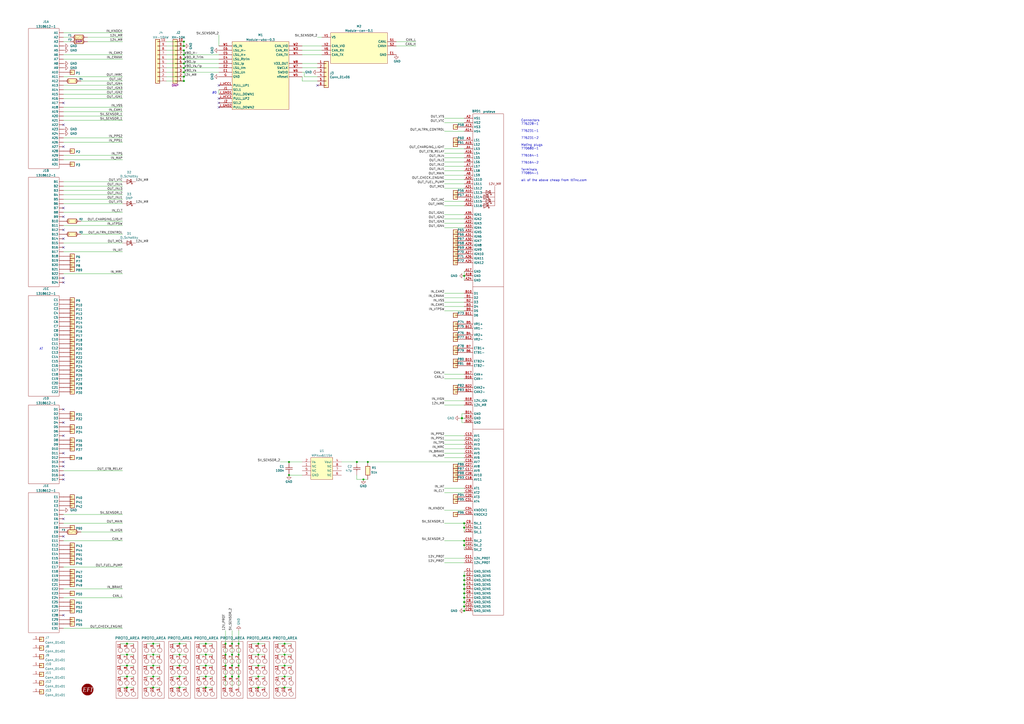
<source format=kicad_sch>
(kicad_sch (version 20210621) (generator eeschema)
  (paper "A2")
  (title_block (title "proteus125honda") (date "2021-09-22") (rev "a") (company "gerefi"))
  (junction (at 73.66 373.38))
  (junction (at 73.66 379.73))
  (junction (at 73.66 386.08))
  (junction (at 73.66 392.43))
  (junction (at 73.66 398.78))
  (junction (at 88.9 373.38))
  (junction (at 88.9 379.73))
  (junction (at 88.9 386.08))
  (junction (at 88.9 392.43))
  (junction (at 88.9 398.78))
  (junction (at 104.14 373.38))
  (junction (at 104.14 379.73))
  (junction (at 104.14 386.08))
  (junction (at 104.14 392.43))
  (junction (at 104.14 398.78))
  (junction (at 106.68 24.13))
  (junction (at 106.68 26.67))
  (junction (at 106.68 29.21))
  (junction (at 106.68 31.75))
  (junction (at 106.68 34.29))
  (junction (at 106.68 36.83))
  (junction (at 106.68 39.37))
  (junction (at 106.68 41.91))
  (junction (at 106.68 44.45))
  (junction (at 106.68 46.99))
  (junction (at 119.38 373.38))
  (junction (at 119.38 379.73))
  (junction (at 119.38 386.08))
  (junction (at 119.38 392.43))
  (junction (at 119.38 398.78))
  (junction (at 130.81 373.38))
  (junction (at 130.81 379.73))
  (junction (at 130.81 386.08))
  (junction (at 130.81 392.43))
  (junction (at 134.62 373.38))
  (junction (at 134.62 379.73))
  (junction (at 134.62 386.08))
  (junction (at 134.62 392.43))
  (junction (at 138.43 373.38))
  (junction (at 138.43 379.73))
  (junction (at 138.43 386.08))
  (junction (at 138.43 392.43))
  (junction (at 149.86 373.38))
  (junction (at 149.86 379.73))
  (junction (at 149.86 386.08))
  (junction (at 149.86 392.43))
  (junction (at 149.86 398.78))
  (junction (at 165.1 373.38))
  (junction (at 165.1 379.73))
  (junction (at 165.1 386.08))
  (junction (at 165.1 392.43))
  (junction (at 165.1 398.78))
  (junction (at 167.64 267.97))
  (junction (at 167.64 275.59))
  (junction (at 207.01 267.97))
  (junction (at 210.82 278.13))
  (junction (at 213.36 267.97))
  (junction (at 267.97 242.57) (diameter 1.016))
  (junction (at 269.24 160.02))
  (junction (at 269.24 303.53))
  (junction (at 269.24 306.07))
  (junction (at 269.24 313.69))
  (junction (at 269.24 316.23))
  (junction (at 269.24 334.01))
  (junction (at 269.24 336.55))
  (junction (at 269.24 339.09))
  (junction (at 269.24 341.63))
  (junction (at 269.24 344.17))
  (junction (at 269.24 346.71))
  (junction (at 269.24 349.25))
  (junction (at 269.24 351.79))
  (junction (at 269.24 354.33))
  (no_connect (at 36.83 59.69))
  (no_connect (at 36.83 72.39))
  (no_connect (at 36.83 85.09))
  (no_connect (at 36.83 120.65))
  (no_connect (at 36.83 125.73))
  (no_connect (at 36.83 133.35))
  (no_connect (at 36.83 138.43))
  (no_connect (at 36.83 143.51))
  (no_connect (at 36.83 161.29))
  (no_connect (at 36.83 163.83))
  (no_connect (at 36.83 237.49))
  (no_connect (at 36.83 245.11))
  (no_connect (at 36.83 252.73))
  (no_connect (at 36.83 262.89))
  (no_connect (at 36.83 267.97))
  (no_connect (at 36.83 270.51))
  (no_connect (at 36.83 275.59))
  (no_connect (at 36.83 278.13))
  (no_connect (at 36.83 300.99))
  (no_connect (at 36.83 311.15))
  (no_connect (at 36.83 356.87))
  (no_connect (at 127 49.53))
  (no_connect (at 127 57.15))
  (no_connect (at 127 59.69))
  (no_connect (at 127 62.23))
  (no_connect (at 184.15 49.53))
  (wire (pts (xy 36.83 19.05) (xy 71.12 19.05)))
  (wire (pts (xy 36.83 34.29) (xy 71.12 34.29)))
  (wire (pts (xy 36.83 44.45) (xy 71.12 44.45)))
  (wire (pts (xy 36.83 49.53) (xy 71.12 49.53)))
  (wire (pts (xy 36.83 52.07) (xy 71.12 52.07)))
  (wire (pts (xy 36.83 54.61) (xy 71.12 54.61)))
  (wire (pts (xy 36.83 57.15) (xy 71.12 57.15)))
  (wire (pts (xy 36.83 62.23) (xy 71.12 62.23)))
  (wire (pts (xy 36.83 67.31) (xy 71.12 67.31)))
  (wire (pts (xy 36.83 80.01) (xy 71.12 80.01)))
  (wire (pts (xy 36.83 82.55) (xy 71.12 82.55)))
  (wire (pts (xy 36.83 90.17) (xy 71.12 90.17)))
  (wire (pts (xy 36.83 92.71) (xy 71.12 92.71)))
  (wire (pts (xy 36.83 105.41) (xy 71.12 105.41)))
  (wire (pts (xy 36.83 107.95) (xy 71.12 107.95)))
  (wire (pts (xy 36.83 110.49) (xy 71.12 110.49)))
  (wire (pts (xy 36.83 113.03) (xy 71.12 113.03)))
  (wire (pts (xy 36.83 115.57) (xy 71.12 115.57)))
  (wire (pts (xy 36.83 118.11) (xy 71.12 118.11)))
  (wire (pts (xy 36.83 123.19) (xy 71.12 123.19)))
  (wire (pts (xy 36.83 130.81) (xy 71.12 130.81)))
  (wire (pts (xy 36.83 140.97) (xy 71.12 140.97)))
  (wire (pts (xy 36.83 146.05) (xy 71.12 146.05)))
  (wire (pts (xy 36.83 158.75) (xy 71.12 158.75)))
  (wire (pts (xy 36.83 273.05) (xy 71.12 273.05)))
  (wire (pts (xy 36.83 298.45) (xy 71.12 298.45)))
  (wire (pts (xy 36.83 303.53) (xy 71.12 303.53)))
  (wire (pts (xy 36.83 313.69) (xy 71.12 313.69)))
  (wire (pts (xy 36.83 328.93) (xy 71.12 328.93)))
  (wire (pts (xy 36.83 341.63) (xy 71.12 341.63)))
  (wire (pts (xy 36.83 346.71) (xy 71.12 346.71)))
  (wire (pts (xy 36.83 364.49) (xy 71.12 364.49)))
  (wire (pts (xy 40.64 21.59) (xy 36.83 21.59)))
  (wire (pts (xy 40.64 24.13) (xy 36.83 24.13)))
  (wire (pts (xy 46.99 46.99) (xy 71.12 46.99)))
  (wire (pts (xy 46.99 128.27) (xy 71.12 128.27)))
  (wire (pts (xy 46.99 135.89) (xy 71.12 135.89)))
  (wire (pts (xy 46.99 308.61) (xy 71.12 308.61)))
  (wire (pts (xy 69.85 373.38) (xy 73.66 373.38)))
  (wire (pts (xy 69.85 379.73) (xy 73.66 379.73)))
  (wire (pts (xy 69.85 386.08) (xy 73.66 386.08)))
  (wire (pts (xy 69.85 392.43) (xy 73.66 392.43)))
  (wire (pts (xy 69.85 398.78) (xy 73.66 398.78)))
  (wire (pts (xy 71.12 21.59) (xy 50.8 21.59)))
  (wire (pts (xy 71.12 24.13) (xy 50.8 24.13)))
  (wire (pts (xy 71.12 31.75) (xy 36.83 31.75)))
  (wire (pts (xy 71.12 64.77) (xy 36.83 64.77)))
  (wire (pts (xy 71.12 69.85) (xy 36.83 69.85)))
  (wire (pts (xy 73.66 373.38) (xy 77.47 373.38)))
  (wire (pts (xy 73.66 379.73) (xy 77.47 379.73)))
  (wire (pts (xy 73.66 386.08) (xy 77.47 386.08)))
  (wire (pts (xy 73.66 392.43) (xy 77.47 392.43)))
  (wire (pts (xy 73.66 398.78) (xy 77.47 398.78)))
  (wire (pts (xy 85.09 373.38) (xy 88.9 373.38)))
  (wire (pts (xy 85.09 379.73) (xy 88.9 379.73)))
  (wire (pts (xy 85.09 386.08) (xy 88.9 386.08)))
  (wire (pts (xy 85.09 392.43) (xy 88.9 392.43)))
  (wire (pts (xy 85.09 398.78) (xy 88.9 398.78)))
  (wire (pts (xy 88.9 373.38) (xy 92.71 373.38)))
  (wire (pts (xy 88.9 379.73) (xy 92.71 379.73)))
  (wire (pts (xy 88.9 386.08) (xy 92.71 386.08)))
  (wire (pts (xy 88.9 392.43) (xy 92.71 392.43)))
  (wire (pts (xy 88.9 398.78) (xy 92.71 398.78)))
  (wire (pts (xy 96.52 24.13) (xy 106.68 24.13)))
  (wire (pts (xy 96.52 26.67) (xy 106.68 26.67)))
  (wire (pts (xy 96.52 29.21) (xy 106.68 29.21)))
  (wire (pts (xy 96.52 31.75) (xy 106.68 31.75)))
  (wire (pts (xy 96.52 34.29) (xy 106.68 34.29)))
  (wire (pts (xy 96.52 36.83) (xy 106.68 36.83)))
  (wire (pts (xy 96.52 39.37) (xy 106.68 39.37)))
  (wire (pts (xy 96.52 41.91) (xy 106.68 41.91)))
  (wire (pts (xy 96.52 44.45) (xy 106.68 44.45)))
  (wire (pts (xy 96.52 46.99) (xy 106.68 46.99)))
  (wire (pts (xy 100.33 373.38) (xy 104.14 373.38)))
  (wire (pts (xy 100.33 379.73) (xy 104.14 379.73)))
  (wire (pts (xy 100.33 386.08) (xy 104.14 386.08)))
  (wire (pts (xy 100.33 392.43) (xy 104.14 392.43)))
  (wire (pts (xy 100.33 398.78) (xy 104.14 398.78)))
  (wire (pts (xy 104.14 373.38) (xy 107.95 373.38)))
  (wire (pts (xy 104.14 379.73) (xy 107.95 379.73)))
  (wire (pts (xy 104.14 386.08) (xy 107.95 386.08)))
  (wire (pts (xy 104.14 392.43) (xy 107.95 392.43)))
  (wire (pts (xy 104.14 398.78) (xy 107.95 398.78)))
  (wire (pts (xy 106.68 24.13) (xy 106.68 26.67)))
  (wire (pts (xy 106.68 29.21) (xy 106.68 31.75)))
  (wire (pts (xy 106.68 31.75) (xy 127 31.75)))
  (wire (pts (xy 106.68 34.29) (xy 127 34.29)))
  (wire (pts (xy 106.68 36.83) (xy 127 36.83)))
  (wire (pts (xy 106.68 39.37) (xy 127 39.37)))
  (wire (pts (xy 106.68 41.91) (xy 127 41.91)))
  (wire (pts (xy 106.68 44.45) (xy 106.68 46.99)))
  (wire (pts (xy 115.57 373.38) (xy 119.38 373.38)))
  (wire (pts (xy 115.57 379.73) (xy 119.38 379.73)))
  (wire (pts (xy 115.57 386.08) (xy 119.38 386.08)))
  (wire (pts (xy 115.57 392.43) (xy 119.38 392.43)))
  (wire (pts (xy 115.57 398.78) (xy 119.38 398.78)))
  (wire (pts (xy 119.38 373.38) (xy 123.19 373.38)))
  (wire (pts (xy 119.38 379.73) (xy 123.19 379.73)))
  (wire (pts (xy 119.38 386.08) (xy 123.19 386.08)))
  (wire (pts (xy 119.38 392.43) (xy 123.19 392.43)))
  (wire (pts (xy 119.38 398.78) (xy 123.19 398.78)))
  (wire (pts (xy 127 20.32) (xy 127 26.67)))
  (wire (pts (xy 127 52.07) (xy 127 54.61)))
  (wire (pts (xy 130.81 365.76) (xy 130.81 373.38)))
  (wire (pts (xy 130.81 373.38) (xy 130.81 379.73)))
  (wire (pts (xy 130.81 379.73) (xy 130.81 386.08)))
  (wire (pts (xy 130.81 386.08) (xy 130.81 392.43)))
  (wire (pts (xy 130.81 392.43) (xy 130.81 398.78)))
  (wire (pts (xy 134.62 365.76) (xy 134.62 373.38)))
  (wire (pts (xy 134.62 373.38) (xy 134.62 379.73)))
  (wire (pts (xy 134.62 379.73) (xy 134.62 386.08)))
  (wire (pts (xy 134.62 386.08) (xy 134.62 392.43)))
  (wire (pts (xy 134.62 392.43) (xy 134.62 398.78)))
  (wire (pts (xy 138.43 365.76) (xy 138.43 373.38)))
  (wire (pts (xy 138.43 373.38) (xy 138.43 379.73)))
  (wire (pts (xy 138.43 379.73) (xy 138.43 386.08)))
  (wire (pts (xy 138.43 386.08) (xy 138.43 392.43)))
  (wire (pts (xy 138.43 392.43) (xy 138.43 398.78)))
  (wire (pts (xy 146.05 373.38) (xy 149.86 373.38)))
  (wire (pts (xy 146.05 379.73) (xy 149.86 379.73)))
  (wire (pts (xy 146.05 386.08) (xy 149.86 386.08)))
  (wire (pts (xy 146.05 392.43) (xy 149.86 392.43)))
  (wire (pts (xy 146.05 398.78) (xy 149.86 398.78)))
  (wire (pts (xy 149.86 373.38) (xy 153.67 373.38)))
  (wire (pts (xy 149.86 379.73) (xy 153.67 379.73)))
  (wire (pts (xy 149.86 386.08) (xy 153.67 386.08)))
  (wire (pts (xy 149.86 392.43) (xy 153.67 392.43)))
  (wire (pts (xy 149.86 398.78) (xy 153.67 398.78)))
  (wire (pts (xy 161.29 373.38) (xy 165.1 373.38)))
  (wire (pts (xy 161.29 379.73) (xy 165.1 379.73)))
  (wire (pts (xy 161.29 386.08) (xy 165.1 386.08)))
  (wire (pts (xy 161.29 392.43) (xy 165.1 392.43)))
  (wire (pts (xy 161.29 398.78) (xy 165.1 398.78)))
  (wire (pts (xy 162.56 267.97) (xy 167.64 267.97)))
  (wire (pts (xy 165.1 373.38) (xy 168.91 373.38)))
  (wire (pts (xy 165.1 379.73) (xy 168.91 379.73)))
  (wire (pts (xy 165.1 386.08) (xy 168.91 386.08)))
  (wire (pts (xy 165.1 392.43) (xy 168.91 392.43)))
  (wire (pts (xy 165.1 398.78) (xy 168.91 398.78)))
  (wire (pts (xy 167.64 267.97) (xy 175.26 267.97)))
  (wire (pts (xy 167.64 275.59) (xy 175.26 275.59)))
  (wire (pts (xy 175.26 26.67) (xy 186.69 26.67)))
  (wire (pts (xy 175.26 29.21) (xy 186.69 29.21)))
  (wire (pts (xy 175.26 31.75) (xy 186.69 31.75)))
  (wire (pts (xy 175.26 36.83) (xy 184.15 36.83)))
  (wire (pts (xy 175.26 39.37) (xy 184.15 39.37)))
  (wire (pts (xy 175.26 41.91) (xy 176.53 41.91)))
  (wire (pts (xy 175.26 44.45) (xy 175.26 46.99)))
  (wire (pts (xy 175.26 46.99) (xy 184.15 46.99)))
  (wire (pts (xy 176.53 41.91) (xy 176.53 44.45)))
  (wire (pts (xy 176.53 44.45) (xy 184.15 44.45)))
  (wire (pts (xy 184.15 21.59) (xy 186.69 21.59)))
  (wire (pts (xy 198.12 267.97) (xy 207.01 267.97)))
  (wire (pts (xy 207.01 267.97) (xy 213.36 267.97)))
  (wire (pts (xy 207.01 278.13) (xy 207.01 275.59)))
  (wire (pts (xy 210.82 278.13) (xy 207.01 278.13)))
  (wire (pts (xy 210.82 278.13) (xy 213.36 278.13)))
  (wire (pts (xy 213.36 267.97) (xy 269.24 267.97)))
  (wire (pts (xy 229.87 24.13) (xy 241.3 24.13)))
  (wire (pts (xy 229.87 26.67) (xy 241.3 26.67)))
  (wire (pts (xy 257.81 68.58) (xy 269.24 68.58)))
  (wire (pts (xy 257.81 71.12) (xy 269.24 71.12)))
  (wire (pts (xy 257.81 76.2) (xy 269.24 76.2)))
  (wire (pts (xy 257.81 86.36) (xy 269.24 86.36)))
  (wire (pts (xy 257.81 88.9) (xy 269.24 88.9)))
  (wire (pts (xy 257.81 91.44) (xy 269.24 91.44)))
  (wire (pts (xy 257.81 93.98) (xy 269.24 93.98)))
  (wire (pts (xy 257.81 96.52) (xy 269.24 96.52)))
  (wire (pts (xy 257.81 99.06) (xy 269.24 99.06)))
  (wire (pts (xy 257.81 101.6) (xy 269.24 101.6)))
  (wire (pts (xy 257.81 104.14) (xy 269.24 104.14)))
  (wire (pts (xy 257.81 106.68) (xy 269.24 106.68)))
  (wire (pts (xy 257.81 109.22) (xy 269.24 109.22)))
  (wire (pts (xy 257.81 116.84) (xy 269.24 116.84)))
  (wire (pts (xy 257.81 119.38) (xy 269.24 119.38)))
  (wire (pts (xy 257.81 124.46) (xy 269.24 124.46)))
  (wire (pts (xy 257.81 127) (xy 269.24 127)))
  (wire (pts (xy 257.81 129.54) (xy 269.24 129.54)))
  (wire (pts (xy 257.81 132.08) (xy 269.24 132.08)))
  (wire (pts (xy 257.81 170.18) (xy 269.24 170.18)))
  (wire (pts (xy 257.81 172.72) (xy 269.24 172.72)))
  (wire (pts (xy 257.81 175.26) (xy 269.24 175.26)))
  (wire (pts (xy 257.81 177.8) (xy 269.24 177.8)))
  (wire (pts (xy 257.81 180.34) (xy 269.24 180.34)))
  (wire (pts (xy 257.81 217.17) (xy 269.24 217.17)))
  (wire (pts (xy 257.81 219.71) (xy 269.24 219.71)))
  (wire (pts (xy 257.81 232.41) (xy 269.24 232.41)))
  (wire (pts (xy 257.81 234.95) (xy 269.24 234.95)))
  (wire (pts (xy 257.81 252.73) (xy 269.24 252.73)))
  (wire (pts (xy 257.81 255.27) (xy 269.24 255.27)))
  (wire (pts (xy 257.81 257.81) (xy 269.24 257.81)))
  (wire (pts (xy 257.81 260.35) (xy 269.24 260.35)))
  (wire (pts (xy 257.81 262.89) (xy 269.24 262.89)))
  (wire (pts (xy 257.81 265.43) (xy 269.24 265.43)))
  (wire (pts (xy 257.81 283.21) (xy 269.24 283.21)))
  (wire (pts (xy 257.81 285.75) (xy 269.24 285.75)))
  (wire (pts (xy 257.81 295.91) (xy 269.24 295.91)))
  (wire (pts (xy 257.81 303.53) (xy 269.24 303.53)))
  (wire (pts (xy 257.81 313.69) (xy 269.24 313.69)))
  (wire (pts (xy 257.81 323.85) (xy 269.24 323.85)))
  (wire (pts (xy 257.81 326.39) (xy 269.24 326.39)))
  (wire (pts (xy 266.7 242.57) (xy 267.97 242.57)))
  (wire (pts (xy 267.97 240.03) (xy 267.97 242.57)))
  (wire (pts (xy 267.97 242.57) (xy 267.97 245.11)))
  (wire (pts (xy 267.97 245.11) (xy 269.24 245.11)))
  (wire (pts (xy 269.24 157.48) (xy 269.24 160.02)))
  (wire (pts (xy 269.24 160.02) (xy 269.24 162.56)))
  (wire (pts (xy 269.24 240.03) (xy 267.97 240.03)))
  (wire (pts (xy 269.24 242.57) (xy 267.97 242.57)))
  (wire (pts (xy 269.24 303.53) (xy 269.24 306.07)))
  (wire (pts (xy 269.24 306.07) (xy 269.24 308.61)))
  (wire (pts (xy 269.24 313.69) (xy 269.24 316.23)))
  (wire (pts (xy 269.24 316.23) (xy 269.24 318.77)))
  (wire (pts (xy 269.24 331.47) (xy 269.24 334.01)))
  (wire (pts (xy 269.24 334.01) (xy 269.24 336.55)))
  (wire (pts (xy 269.24 336.55) (xy 269.24 339.09)))
  (wire (pts (xy 269.24 339.09) (xy 269.24 341.63)))
  (wire (pts (xy 269.24 341.63) (xy 269.24 344.17)))
  (wire (pts (xy 269.24 344.17) (xy 269.24 346.71)))
  (wire (pts (xy 269.24 346.71) (xy 269.24 349.25)))
  (wire (pts (xy 269.24 349.25) (xy 269.24 351.79)))
  (wire (pts (xy 269.24 351.79) (xy 269.24 354.33)))
  (text "AT" (at 22.86 203.2 0) (effects (font (size 1.27 1.27)) (justify left bottom)))
  (text "#0" (at 125.73 54.61 180) (effects (font (size 1.27 1.27)) (justify right bottom)))
  (text "Connectors\n776228-1\n\n776231-1\n\n776231-2\n\nMating plugs\n770680-1\n\n776164-1\n\n776164-2\n\nTerminals\n770854-1\n\nall of the above cheap from ttiinc.com" (at 302.26 105.41 0) (effects (font (size 1.27 1.27)) (justify left bottom)))
  (label "IN_KNOCK" (at 71.12 19.05 180))
  (label "12V_MR" (at 71.12 21.59 180))
  (label "12V_MR" (at 71.12 24.13 180))
  (label "IN_CAM2" (at 71.12 31.75 180))
  (label "IN_CRANK" (at 71.12 34.29 180))
  (label "OUT_IMRC" (at 71.12 44.45 180))
  (label "OUT_IAC" (at 71.12 46.99 180))
  (label "OUT_IGN4" (at 71.12 49.53 180))
  (label "OUT_IGN3" (at 71.12 52.07 180))
  (label "OUT_IGN2" (at 71.12 54.61 180))
  (label "OUT_IGN1" (at 71.12 57.15 180))
  (label "IN_VSS" (at 71.12 62.23 180))
  (label "IN_CAM1" (at 71.12 64.77 180))
  (label "5V_SENSOR_1" (at 71.12 67.31 180))
  (label "5V_SENSOR_1" (at 71.12 69.85 180))
  (label "IN_PPS2" (at 71.12 80.01 180))
  (label "IN_PPS1" (at 71.12 82.55 180))
  (label "IN_TPS" (at 71.12 90.17 180))
  (label "IN_MAP" (at 71.12 92.71 180))
  (label "OUT_VTC" (at 71.12 105.41 180))
  (label "OUT_INJ4" (at 71.12 107.95 180))
  (label "OUT_INJ3" (at 71.12 110.49 180))
  (label "OUT_INJ2" (at 71.12 113.03 180))
  (label "OUT_INJ1" (at 71.12 115.57 180))
  (label "OUT_VTS" (at 71.12 118.11 180))
  (label "IN_CLT" (at 71.12 123.19 180))
  (label "OUT_CHARGING_LIGHT" (at 71.12 128.27 180))
  (label "IN_VTPSW" (at 71.12 130.81 180))
  (label "OUT_ALTRN_CONTROL" (at 71.12 135.89 180))
  (label "OUT_MCS" (at 71.12 140.97 180))
  (label "IN_IAT" (at 71.12 146.05 180))
  (label "IN_MRC" (at 71.12 158.75 180))
  (label "OUT_ETB_RELAY" (at 71.12 273.05 180))
  (label "5V_SENSOR_1" (at 71.12 298.45 180))
  (label "OUT_MAIN" (at 71.12 303.53 180))
  (label "IN_VIGN" (at 71.12 308.61 180))
  (label "CAN_H" (at 71.12 313.69 180))
  (label "OUT_FUEL_PUMP" (at 71.12 328.93 180))
  (label "IN_BRAKE" (at 71.12 341.63 180))
  (label "CAN_L" (at 71.12 346.71 180))
  (label "OUT_CHECK_ENGINE" (at 71.12 364.49 180))
  (label "12V_MR" (at 78.74 105.41 0))
  (label "12V_MR" (at 78.74 118.11 0))
  (label "12V_MR" (at 78.74 140.97 0))
  (label "WBO_H-" (at 106.68 31.75 0))
  (label "WBO_R_Trim" (at 106.68 34.29 0))
  (label "WBO_Ip" (at 106.68 36.83 0))
  (label "WBO_Vs{slash}Ip" (at 106.68 39.37 0))
  (label "WBO_Vs" (at 106.68 41.91 0))
  (label "12V_MR" (at 106.68 44.45 0))
  (label "5V_SENSOR_2" (at 127 20.32 180))
  (label "12V_PROT" (at 130.81 365.76 90))
  (label "5V_SENSOR_2" (at 134.62 365.76 90))
  (label "5V_SENSOR_2" (at 162.56 267.97 180))
  (label "5V_SENSOR_2" (at 184.15 21.59 180))
  (label "CAN_L" (at 241.3 24.13 180))
  (label "CAN_H" (at 241.3 26.67 180))
  (label "OUT_VTS" (at 257.81 68.58 180))
  (label "OUT_VTC" (at 257.81 71.12 180))
  (label "OUT_ALTRN_CONTROL" (at 257.81 76.2 180))
  (label "OUT_CHARGING_LIGHT" (at 257.81 86.36 180))
  (label "OUT_ETB_RELAY" (at 257.81 88.9 180))
  (label "OUT_INJ4" (at 257.81 91.44 180))
  (label "OUT_INJ3" (at 257.81 93.98 180))
  (label "OUT_INJ2" (at 257.81 96.52 180))
  (label "OUT_INJ1" (at 257.81 99.06 180))
  (label "OUT_MAIN" (at 257.81 101.6 180))
  (label "OUT_CHECK_ENGINE" (at 257.81 104.14 180))
  (label "OUT_FUEL_PUMP" (at 257.81 106.68 180))
  (label "OUT_MCS" (at 257.81 109.22 180))
  (label "OUT_IAC" (at 257.81 116.84 180))
  (label "OUT_IMRC" (at 257.81 119.38 180))
  (label "OUT_IGN1" (at 257.81 124.46 180))
  (label "OUT_IGN2" (at 257.81 127 180))
  (label "OUT_IGN3" (at 257.81 129.54 180))
  (label "OUT_IGN4" (at 257.81 132.08 180))
  (label "IN_CAM2" (at 257.81 170.18 180))
  (label "IN_CRANK" (at 257.81 172.72 180))
  (label "IN_VSS" (at 257.81 175.26 180))
  (label "IN_CAM1" (at 257.81 177.8 180))
  (label "IN_VTPSW" (at 257.81 180.34 180))
  (label "CAN_H" (at 257.81 217.17 180))
  (label "CAN_L" (at 257.81 219.71 180))
  (label "IN_VIGN" (at 257.81 232.41 180))
  (label "12V_MR" (at 257.81 234.95 180))
  (label "IN_PPS2" (at 257.81 252.73 180))
  (label "IN_PPS1" (at 257.81 255.27 180))
  (label "IN_TPS" (at 257.81 257.81 180))
  (label "IN_MRC" (at 257.81 260.35 180))
  (label "IN_BRAKE" (at 257.81 262.89 180))
  (label "IN_MAP" (at 257.81 265.43 180))
  (label "IN_IAT" (at 257.81 283.21 180))
  (label "IN_CLT" (at 257.81 285.75 180))
  (label "IN_KNOCK" (at 257.81 295.91 180))
  (label "5V_SENSOR_1" (at 257.81 303.53 180))
  (label "5V_SENSOR_2" (at 257.81 313.69 180))
  (label "12V_PROT" (at 257.81 323.85 180))
  (label "12V_PROT" (at 257.81 326.39 180))
  (symbol (lib_id "power:GND") (at 36.83 26.67 90) (unit 1)
    (property "Reference" "#PWR01" (effects hide))
    (property "Value" "GND" (at 40.64 26.67 90) (effects (justify right)))
  )
  (symbol (lib_id "power:GND") (at 36.83 29.21 90) (unit 1)
    (property "Reference" "#PWR02" (effects hide))
    (property "Value" "GND" (at 40.64 29.21 90) (effects (justify right)))
  )
  (symbol (lib_id "power:GND") (at 36.83 36.83 90) (unit 1)
    (property "Reference" "#PWR03" (effects hide))
    (property "Value" "GND" (at 40.64 36.83 90) (effects (justify right)))
  )
  (symbol (lib_id "power:GND") (at 36.83 39.37 90) (unit 1)
    (property "Reference" "#PWR04" (effects hide))
    (property "Value" "GND" (at 40.64 39.37 90) (effects (justify right)))
  )
  (symbol (lib_id "power:GND") (at 36.83 74.93 90) (unit 1)
    (property "Reference" "#PWR05" (effects hide))
    (property "Value" "GND" (at 40.64 74.93 90) (effects (justify right)))
  )
  (symbol (lib_id "power:GND") (at 36.83 77.47 90) (unit 1)
    (property "Reference" "#PWR06" (effects hide))
    (property "Value" "GND" (at 40.64 77.47 90) (effects (justify right)))
  )
  (symbol (lib_id "power:GND") (at 36.83 295.91 90) (unit 1)
    (property "Reference" "#PWR07" (effects hide))
    (property "Value" "GND" (at 40.64 295.91 90) (effects (justify right)))
  )
  (symbol (lib_id "power:GND") (at 106.68 26.67 90) (mirror x) (unit 1)
    (property "Reference" "#PWR08" (effects hide))
    (property "Value" "GND" (at 110.6234 26.7208 0))
  )
  (symbol (lib_id "power:GND") (at 127 29.21 270) (mirror x) (unit 1)
    (property "Reference" "#PWR09" (effects hide))
    (property "Value" "GND" (at 123.0566 29.1592 0))
  )
  (symbol (lib_id "power:GND") (at 127 44.45 270) (mirror x) (unit 1)
    (property "Reference" "#PWR010" (effects hide))
    (property "Value" "GND" (at 123.0566 44.3992 0))
  )
  (symbol (lib_id "power:GND") (at 138.43 365.76 180) (unit 1)
    (property "Reference" "#PWR021" (effects hide))
    (property "Value" "GND" (at 138.43 362.585 90) (effects (justify right)))
  )
  (symbol (lib_id "power:GND") (at 167.64 275.59 0) (unit 1)
    (property "Reference" "#PWR0101" (effects hide))
    (property "Value" "GND" (at 169.6336 279.4268 0) (effects (justify right)))
  )
  (symbol (lib_id "power:GND") (at 184.15 41.91 270) (mirror x) (unit 1)
    (property "Reference" "#PWR011" (effects hide))
    (property "Value" "GND" (at 178.9366 41.8592 90))
  )
  (symbol (lib_id "power:GND") (at 210.82 278.13 0) (unit 1)
    (property "Reference" "#PWR0102" (effects hide))
    (property "Value" "GND" (at 212.8136 281.9668 0) (effects (justify right)))
  )
  (symbol (lib_id "power:GND") (at 229.87 31.75 0) (unit 1)
    (property "Reference" "#PWR012" (effects hide))
    (property "Value" "GND" (at 232.41 35.56 0) (effects (justify right)))
  )
  (symbol (lib_id "power:GND") (at 266.7 242.57 270) (unit 1)
    (property "Reference" "#PWR014" (effects hide))
    (property "Value" "GND" (at 263.525 242.57 90) (effects (justify right)))
  )
  (symbol (lib_id "power:GND") (at 269.24 160.02 270) (unit 1)
    (property "Reference" "#PWR017" (effects hide))
    (property "Value" "GND" (at 265.43 160.02 90) (effects (justify right)))
  )
  (symbol (lib_id "power:GND") (at 269.24 354.33 270) (unit 1)
    (property "Reference" "#PWR020" (effects hide))
    (property "Value" "GND" (at 265.43 354.33 90) (effects (justify right)))
  )
  (symbol (lib_id "Connector_Generic:Conn_01x01") (at 24.13 370.84 0) (unit 1)
    (property "Reference" "J7" (at 26.1621 369.9315 0) (effects (justify left)))
    (property "Value" "Conn_01x01" (at 26.1621 372.7066 0) (effects (justify left)))
    (property "Footprint" "MountingHole:MountingHole_4.5mm" (effects hide))
  )
  (symbol (lib_id "Connector_Generic:Conn_01x01") (at 24.13 375.92 0) (unit 1)
    (property "Reference" "J8" (at 26.1621 375.0115 0) (effects (justify left)))
    (property "Value" "Conn_01x01" (at 26.1621 377.7866 0) (effects (justify left)))
    (property "Footprint" "MountingHole:MountingHole_4.5mm" (effects hide))
  )
  (symbol (lib_id "Connector_Generic:Conn_01x01") (at 24.13 381 0) (unit 1)
    (property "Reference" "J9" (at 26.1621 380.0915 0) (effects (justify left)))
    (property "Value" "Conn_01x01" (at 26.1621 382.8666 0) (effects (justify left)))
    (property "Footprint" "MountingHole:MountingHole_4.5mm" (effects hide))
  )
  (symbol (lib_id "Connector_Generic:Conn_01x01") (at 24.13 386.08 0) (unit 1)
    (property "Reference" "J10" (at 26.1621 385.1715 0) (effects (justify left)))
    (property "Value" "Conn_01x01" (at 26.1621 387.9466 0) (effects (justify left)))
    (property "Footprint" "MountingHole:MountingHole_4.5mm" (effects hide))
  )
  (symbol (lib_id "Connector_Generic:Conn_01x01") (at 24.13 391.16 0) (unit 1)
    (property "Reference" "J11" (at 26.1621 390.2515 0) (effects (justify left)))
    (property "Value" "Conn_01x01" (at 26.1621 393.0266 0) (effects (justify left)))
    (property "Footprint" "MountingHole:MountingHole_4.5mm" (effects hide))
  )
  (symbol (lib_id "Connector_Generic:Conn_01x01") (at 24.13 396.24 0) (unit 1)
    (property "Reference" "J12" (at 26.1621 395.3315 0) (effects (justify left)))
    (property "Value" "Conn_01x01" (at 26.1621 398.1066 0) (effects (justify left)))
    (property "Footprint" "MountingHole:MountingHole_4.5mm" (effects hide))
  )
  (symbol (lib_id "Connector_Generic:Conn_01x01") (at 24.13 401.32 0) (unit 1)
    (property "Reference" "J13" (at 26.1621 400.4115 0) (effects (justify left)))
    (property "Value" "Conn_01x01" (at 26.1621 403.1866 0) (effects (justify left)))
    (property "Footprint" "MountingHole:MountingHole_4.5mm" (effects hide))
  )
  (symbol (lib_id "hellen-one-common:Pad") (at 41.91 41.91 0) (unit 1)
    (property "Reference" "P1" (at 43.9421 42.389 0) (effects (justify left)))
    (property "Value" "Pad" (effects hide))
    (property "Footprint" "hellen-one-common:PAD-TH" (effects hide))
  )
  (symbol (lib_id "hellen-one-common:Pad") (at 41.91 87.63 0) (unit 1)
    (property "Reference" "P2" (at 43.9421 88.109 0) (effects (justify left)))
    (property "Value" "Pad" (effects hide))
    (property "Footprint" "hellen-one-common:PAD-TH" (effects hide))
  )
  (symbol (lib_id "hellen-one-common:Pad") (at 41.91 95.25 0) (unit 1)
    (property "Reference" "P3" (at 43.9421 95.729 0) (effects (justify left)))
    (property "Value" "Pad" (effects hide))
    (property "Footprint" "hellen-one-common:PAD-TH" (effects hide))
  )
  (symbol (lib_id "hellen-one-common:Pad") (at 41.91 148.59 0) (unit 1)
    (property "Reference" "P6" (at 43.9421 149.069 0) (effects (justify left)))
    (property "Value" "Pad" (effects hide))
    (property "Footprint" "hellen-one-common:PAD-TH" (effects hide))
  )
  (symbol (lib_id "hellen-one-common:Pad") (at 41.91 151.13 0) (unit 1)
    (property "Reference" "P7" (at 43.9421 151.609 0) (effects (justify left)))
    (property "Value" "Pad" (effects hide))
    (property "Footprint" "hellen-one-common:PAD-TH" (effects hide))
  )
  (symbol (lib_id "hellen-one-common:Pad") (at 41.91 153.67 0) (unit 1)
    (property "Reference" "P8" (at 43.9421 154.149 0) (effects (justify left)))
    (property "Value" "Pad" (effects hide))
    (property "Footprint" "hellen-one-common:PAD-TH" (effects hide))
  )
  (symbol (lib_id "hellen-one-common:Pad") (at 41.91 156.21 0) (unit 1)
    (property "Reference" "P89" (at 43.9421 156.689 0) (effects (justify left)))
    (property "Value" "Pad" (effects hide))
    (property "Footprint" "hellen-one-common:PAD-TH" (effects hide))
  )
  (symbol (lib_id "hellen-one-common:Pad") (at 41.91 173.99 0) (unit 1)
    (property "Reference" "P9" (at 43.9421 174.469 0) (effects (justify left)))
    (property "Value" "Pad" (effects hide))
    (property "Footprint" "hellen-one-common:PAD-TH" (effects hide))
  )
  (symbol (lib_id "hellen-one-common:Pad") (at 41.91 176.53 0) (unit 1)
    (property "Reference" "P10" (at 43.9421 177.009 0) (effects (justify left)))
    (property "Value" "Pad" (effects hide))
    (property "Footprint" "hellen-one-common:PAD-TH" (effects hide))
  )
  (symbol (lib_id "hellen-one-common:Pad") (at 41.91 179.07 0) (unit 1)
    (property "Reference" "P11" (at 43.9421 179.549 0) (effects (justify left)))
    (property "Value" "Pad" (effects hide))
    (property "Footprint" "hellen-one-common:PAD-TH" (effects hide))
  )
  (symbol (lib_id "hellen-one-common:Pad") (at 41.91 181.61 0) (unit 1)
    (property "Reference" "P12" (at 43.9421 182.089 0) (effects (justify left)))
    (property "Value" "Pad" (effects hide))
    (property "Footprint" "hellen-one-common:PAD-TH" (effects hide))
  )
  (symbol (lib_id "hellen-one-common:Pad") (at 41.91 184.15 0) (unit 1)
    (property "Reference" "P13" (at 43.9421 184.629 0) (effects (justify left)))
    (property "Value" "Pad" (effects hide))
    (property "Footprint" "hellen-one-common:PAD-TH" (effects hide))
  )
  (symbol (lib_id "hellen-one-common:Pad") (at 41.91 186.69 0) (unit 1)
    (property "Reference" "P14" (at 43.9421 187.169 0) (effects (justify left)))
    (property "Value" "Pad" (effects hide))
    (property "Footprint" "hellen-one-common:PAD-TH" (effects hide))
  )
  (symbol (lib_id "hellen-one-common:Pad") (at 41.91 189.23 0) (unit 1)
    (property "Reference" "P15" (at 43.9421 189.709 0) (effects (justify left)))
    (property "Value" "Pad" (effects hide))
    (property "Footprint" "hellen-one-common:PAD-TH" (effects hide))
  )
  (symbol (lib_id "hellen-one-common:Pad") (at 41.91 191.77 0) (unit 1)
    (property "Reference" "P16" (at 43.9421 192.249 0) (effects (justify left)))
    (property "Value" "Pad" (effects hide))
    (property "Footprint" "hellen-one-common:PAD-TH" (effects hide))
  )
  (symbol (lib_id "hellen-one-common:Pad") (at 41.91 194.31 0) (unit 1)
    (property "Reference" "P17" (at 43.9421 194.789 0) (effects (justify left)))
    (property "Value" "Pad" (effects hide))
    (property "Footprint" "hellen-one-common:PAD-TH" (effects hide))
  )
  (symbol (lib_id "hellen-one-common:Pad") (at 41.91 196.85 0) (unit 1)
    (property "Reference" "P18" (at 43.9421 197.329 0) (effects (justify left)))
    (property "Value" "Pad" (effects hide))
    (property "Footprint" "hellen-one-common:PAD-TH" (effects hide))
  )
  (symbol (lib_id "hellen-one-common:Pad") (at 41.91 199.39 0) (unit 1)
    (property "Reference" "P19" (at 43.9421 199.869 0) (effects (justify left)))
    (property "Value" "Pad" (effects hide))
    (property "Footprint" "hellen-one-common:PAD-TH" (effects hide))
  )
  (symbol (lib_id "hellen-one-common:Pad") (at 41.91 201.93 0) (unit 1)
    (property "Reference" "P20" (at 43.9421 202.409 0) (effects (justify left)))
    (property "Value" "Pad" (effects hide))
    (property "Footprint" "hellen-one-common:PAD-TH" (effects hide))
  )
  (symbol (lib_id "hellen-one-common:Pad") (at 41.91 204.47 0) (unit 1)
    (property "Reference" "P21" (at 43.9421 204.949 0) (effects (justify left)))
    (property "Value" "Pad" (effects hide))
    (property "Footprint" "hellen-one-common:PAD-TH" (effects hide))
  )
  (symbol (lib_id "hellen-one-common:Pad") (at 41.91 207.01 0) (unit 1)
    (property "Reference" "P22" (at 43.9421 207.489 0) (effects (justify left)))
    (property "Value" "Pad" (effects hide))
    (property "Footprint" "hellen-one-common:PAD-TH" (effects hide))
  )
  (symbol (lib_id "hellen-one-common:Pad") (at 41.91 209.55 0) (unit 1)
    (property "Reference" "P23" (at 43.9421 210.029 0) (effects (justify left)))
    (property "Value" "Pad" (effects hide))
    (property "Footprint" "hellen-one-common:PAD-TH" (effects hide))
  )
  (symbol (lib_id "hellen-one-common:Pad") (at 41.91 212.09 0) (unit 1)
    (property "Reference" "P24" (at 43.9421 212.569 0) (effects (justify left)))
    (property "Value" "Pad" (effects hide))
    (property "Footprint" "hellen-one-common:PAD-TH" (effects hide))
  )
  (symbol (lib_id "hellen-one-common:Pad") (at 41.91 214.63 0) (unit 1)
    (property "Reference" "P25" (at 43.9421 215.109 0) (effects (justify left)))
    (property "Value" "Pad" (effects hide))
    (property "Footprint" "hellen-one-common:PAD-TH" (effects hide))
  )
  (symbol (lib_id "hellen-one-common:Pad") (at 41.91 217.17 0) (unit 1)
    (property "Reference" "P26" (at 43.9421 217.649 0) (effects (justify left)))
    (property "Value" "Pad" (effects hide))
    (property "Footprint" "hellen-one-common:PAD-TH" (effects hide))
  )
  (symbol (lib_id "hellen-one-common:Pad") (at 41.91 219.71 0) (unit 1)
    (property "Reference" "P27" (at 43.9421 220.189 0) (effects (justify left)))
    (property "Value" "Pad" (effects hide))
    (property "Footprint" "hellen-one-common:PAD-TH" (effects hide))
  )
  (symbol (lib_id "hellen-one-common:Pad") (at 41.91 222.25 0) (unit 1)
    (property "Reference" "P28" (at 43.9421 222.729 0) (effects (justify left)))
    (property "Value" "Pad" (effects hide))
    (property "Footprint" "hellen-one-common:PAD-TH" (effects hide))
  )
  (symbol (lib_id "hellen-one-common:Pad") (at 41.91 224.79 0) (unit 1)
    (property "Reference" "P29" (at 43.9421 225.269 0) (effects (justify left)))
    (property "Value" "Pad" (effects hide))
    (property "Footprint" "hellen-one-common:PAD-TH" (effects hide))
  )
  (symbol (lib_id "hellen-one-common:Pad") (at 41.91 227.33 0) (unit 1)
    (property "Reference" "P30" (at 43.9421 227.809 0) (effects (justify left)))
    (property "Value" "Pad" (effects hide))
    (property "Footprint" "hellen-one-common:PAD-TH" (effects hide))
  )
  (symbol (lib_id "hellen-one-common:Pad") (at 41.91 240.03 0) (unit 1)
    (property "Reference" "P31" (at 43.9421 240.509 0) (effects (justify left)))
    (property "Value" "Pad" (effects hide))
    (property "Footprint" "hellen-one-common:PAD-TH" (effects hide))
  )
  (symbol (lib_id "hellen-one-common:Pad") (at 41.91 242.57 0) (unit 1)
    (property "Reference" "P32" (at 43.9421 243.049 0) (effects (justify left)))
    (property "Value" "Pad" (effects hide))
    (property "Footprint" "hellen-one-common:PAD-TH" (effects hide))
  )
  (symbol (lib_id "hellen-one-common:Pad") (at 41.91 247.65 0) (unit 1)
    (property "Reference" "P33" (at 43.9421 248.129 0) (effects (justify left)))
    (property "Value" "Pad" (effects hide))
    (property "Footprint" "hellen-one-common:PAD-TH" (effects hide))
  )
  (symbol (lib_id "hellen-one-common:Pad") (at 41.91 250.19 0) (unit 1)
    (property "Reference" "P34" (at 43.9421 250.669 0) (effects (justify left)))
    (property "Value" "Pad" (effects hide))
    (property "Footprint" "hellen-one-common:PAD-TH" (effects hide))
  )
  (symbol (lib_id "hellen-one-common:Pad") (at 41.91 255.27 0) (unit 1)
    (property "Reference" "P35" (at 43.9421 255.749 0) (effects (justify left)))
    (property "Value" "Pad" (effects hide))
    (property "Footprint" "hellen-one-common:PAD-TH" (effects hide))
  )
  (symbol (lib_id "hellen-one-common:Pad") (at 41.91 257.81 0) (unit 1)
    (property "Reference" "P36" (at 43.9421 258.289 0) (effects (justify left)))
    (property "Value" "Pad" (effects hide))
    (property "Footprint" "hellen-one-common:PAD-TH" (effects hide))
  )
  (symbol (lib_id "hellen-one-common:Pad") (at 41.91 260.35 0) (unit 1)
    (property "Reference" "P37" (at 43.9421 260.829 0) (effects (justify left)))
    (property "Value" "Pad" (effects hide))
    (property "Footprint" "hellen-one-common:PAD-TH" (effects hide))
  )
  (symbol (lib_id "hellen-one-common:Pad") (at 41.91 265.43 0) (unit 1)
    (property "Reference" "P38" (at 43.9421 265.909 0) (effects (justify left)))
    (property "Value" "Pad" (effects hide))
    (property "Footprint" "hellen-one-common:PAD-TH" (effects hide))
  )
  (symbol (lib_id "hellen-one-common:Pad") (at 41.91 288.29 0) (unit 1)
    (property "Reference" "P40" (at 43.9421 288.769 0) (effects (justify left)))
    (property "Value" "Pad" (effects hide))
    (property "Footprint" "hellen-one-common:PAD-TH" (effects hide))
  )
  (symbol (lib_id "hellen-one-common:Pad") (at 41.91 290.83 0) (unit 1)
    (property "Reference" "P41" (at 43.9421 291.309 0) (effects (justify left)))
    (property "Value" "Pad" (effects hide))
    (property "Footprint" "hellen-one-common:PAD-TH" (effects hide))
  )
  (symbol (lib_id "hellen-one-common:Pad") (at 41.91 293.37 0) (unit 1)
    (property "Reference" "P42" (at 43.9421 293.849 0) (effects (justify left)))
    (property "Value" "Pad" (effects hide))
    (property "Footprint" "hellen-one-common:PAD-TH" (effects hide))
  )
  (symbol (lib_id "hellen-one-common:Pad") (at 41.91 306.07 0) (unit 1)
    (property "Reference" "P90" (at 43.9421 306.549 0) (effects (justify left)))
    (property "Value" "Pad" (effects hide))
    (property "Footprint" "hellen-one-common:PAD-TH" (effects hide))
  )
  (symbol (lib_id "hellen-one-common:Pad") (at 41.91 316.23 0) (unit 1)
    (property "Reference" "P43" (at 43.9421 316.709 0) (effects (justify left)))
    (property "Value" "Pad" (effects hide))
    (property "Footprint" "hellen-one-common:PAD-TH" (effects hide))
  )
  (symbol (lib_id "hellen-one-common:Pad") (at 41.91 318.77 0) (unit 1)
    (property "Reference" "P44" (at 43.9421 319.249 0) (effects (justify left)))
    (property "Value" "Pad" (effects hide))
    (property "Footprint" "hellen-one-common:PAD-TH" (effects hide))
  )
  (symbol (lib_id "hellen-one-common:Pad") (at 41.91 321.31 0) (unit 1)
    (property "Reference" "P91" (at 43.9421 321.789 0) (effects (justify left)))
    (property "Value" "Pad" (effects hide))
    (property "Footprint" "hellen-one-common:PAD-TH" (effects hide))
  )
  (symbol (lib_id "hellen-one-common:Pad") (at 41.91 323.85 0) (unit 1)
    (property "Reference" "P45" (at 43.9421 324.329 0) (effects (justify left)))
    (property "Value" "Pad" (effects hide))
    (property "Footprint" "hellen-one-common:PAD-TH" (effects hide))
  )
  (symbol (lib_id "hellen-one-common:Pad") (at 41.91 326.39 0) (unit 1)
    (property "Reference" "P46" (at 43.9421 326.869 0) (effects (justify left)))
    (property "Value" "Pad" (effects hide))
    (property "Footprint" "hellen-one-common:PAD-TH" (effects hide))
  )
  (symbol (lib_id "hellen-one-common:Pad") (at 41.91 331.47 0) (unit 1)
    (property "Reference" "P47" (at 43.9421 331.949 0) (effects (justify left)))
    (property "Value" "Pad" (effects hide))
    (property "Footprint" "hellen-one-common:PAD-TH" (effects hide))
  )
  (symbol (lib_id "hellen-one-common:Pad") (at 41.91 334.01 0) (unit 1)
    (property "Reference" "P92" (at 43.9421 334.489 0) (effects (justify left)))
    (property "Value" "Pad" (effects hide))
    (property "Footprint" "hellen-one-common:PAD-TH" (effects hide))
  )
  (symbol (lib_id "hellen-one-common:Pad") (at 41.91 336.55 0) (unit 1)
    (property "Reference" "P48" (at 43.9421 337.029 0) (effects (justify left)))
    (property "Value" "Pad" (effects hide))
    (property "Footprint" "hellen-one-common:PAD-TH" (effects hide))
  )
  (symbol (lib_id "hellen-one-common:Pad") (at 41.91 339.09 0) (unit 1)
    (property "Reference" "P49" (at 43.9421 339.569 0) (effects (justify left)))
    (property "Value" "Pad" (effects hide))
    (property "Footprint" "hellen-one-common:PAD-TH" (effects hide))
  )
  (symbol (lib_id "hellen-one-common:Pad") (at 41.91 344.17 0) (unit 1)
    (property "Reference" "P50" (at 43.9421 344.649 0) (effects (justify left)))
    (property "Value" "Pad" (effects hide))
    (property "Footprint" "hellen-one-common:PAD-TH" (effects hide))
  )
  (symbol (lib_id "hellen-one-common:Pad") (at 41.91 349.25 0) (unit 1)
    (property "Reference" "P51" (at 43.9421 349.729 0) (effects (justify left)))
    (property "Value" "Pad" (effects hide))
    (property "Footprint" "hellen-one-common:PAD-TH" (effects hide))
  )
  (symbol (lib_id "hellen-one-common:Pad") (at 41.91 351.79 0) (unit 1)
    (property "Reference" "P52" (at 43.9421 352.269 0) (effects (justify left)))
    (property "Value" "Pad" (effects hide))
    (property "Footprint" "hellen-one-common:PAD-TH" (effects hide))
  )
  (symbol (lib_id "hellen-one-common:Pad") (at 41.91 354.33 0) (unit 1)
    (property "Reference" "P53" (at 43.9421 354.809 0) (effects (justify left)))
    (property "Value" "Pad" (effects hide))
    (property "Footprint" "hellen-one-common:PAD-TH" (effects hide))
  )
  (symbol (lib_id "hellen-one-common:Pad") (at 41.91 359.41 0) (unit 1)
    (property "Reference" "P54" (at 43.9421 359.889 0) (effects (justify left)))
    (property "Value" "Pad" (effects hide))
    (property "Footprint" "hellen-one-common:PAD-TH" (effects hide))
  )
  (symbol (lib_id "hellen-one-common:Pad") (at 41.91 361.95 0) (unit 1)
    (property "Reference" "P55" (at 43.9421 362.429 0) (effects (justify left)))
    (property "Value" "Pad" (effects hide))
    (property "Footprint" "hellen-one-common:PAD-TH" (effects hide))
  )
  (symbol (lib_id "hellen-one-common:Pad") (at 264.16 73.66 180) (unit 1)
    (property "Reference" "P58" (at 267.2715 72.4684 0))
    (property "Value" "Pad" (effects hide))
    (property "Footprint" "hellen-one-common:PAD-TH" (effects hide))
  )
  (symbol (lib_id "hellen-one-common:Pad") (at 264.16 81.28 180) (unit 1)
    (property "Reference" "P60" (at 267.2715 80.0884 0))
    (property "Value" "Pad" (effects hide))
    (property "Footprint" "hellen-one-common:PAD-TH" (effects hide))
  )
  (symbol (lib_id "hellen-one-common:Pad") (at 264.16 83.82 180) (unit 1)
    (property "Reference" "P61" (at 267.2715 82.6284 0))
    (property "Value" "Pad" (effects hide))
    (property "Footprint" "hellen-one-common:PAD-TH" (effects hide))
  )
  (symbol (lib_id "hellen-one-common:Pad") (at 264.16 111.76 180) (unit 1)
    (property "Reference" "P56" (at 267.2715 110.5684 0))
    (property "Value" "Pad" (effects hide))
    (property "Footprint" "hellen-one-common:PAD-TH" (effects hide))
  )
  (symbol (lib_id "hellen-one-common:Pad") (at 264.16 114.3 180) (unit 1)
    (property "Reference" "P57" (at 267.2715 113.1084 0))
    (property "Value" "Pad" (effects hide))
    (property "Footprint" "hellen-one-common:PAD-TH" (effects hide))
  )
  (symbol (lib_id "hellen-one-common:Pad") (at 264.16 134.62 180) (unit 1)
    (property "Reference" "P65" (at 267.2715 133.4284 0))
    (property "Value" "Pad" (effects hide))
    (property "Footprint" "hellen-one-common:PAD-TH" (effects hide))
  )
  (symbol (lib_id "hellen-one-common:Pad") (at 264.16 137.16 180) (unit 1)
    (property "Reference" "P66" (at 267.2715 135.9684 0))
    (property "Value" "Pad" (effects hide))
    (property "Footprint" "hellen-one-common:PAD-TH" (effects hide))
  )
  (symbol (lib_id "hellen-one-common:Pad") (at 264.16 139.7 180) (unit 1)
    (property "Reference" "P67" (at 267.2715 138.5084 0))
    (property "Value" "Pad" (effects hide))
    (property "Footprint" "hellen-one-common:PAD-TH" (effects hide))
  )
  (symbol (lib_id "hellen-one-common:Pad") (at 264.16 142.24 180) (unit 1)
    (property "Reference" "P68" (at 267.2715 141.0484 0))
    (property "Value" "Pad" (effects hide))
    (property "Footprint" "hellen-one-common:PAD-TH" (effects hide))
  )
  (symbol (lib_id "hellen-one-common:Pad") (at 264.16 144.78 180) (unit 1)
    (property "Reference" "P69" (at 267.2715 143.5884 0))
    (property "Value" "Pad" (effects hide))
    (property "Footprint" "hellen-one-common:PAD-TH" (effects hide))
  )
  (symbol (lib_id "hellen-one-common:Pad") (at 264.16 147.32 180) (unit 1)
    (property "Reference" "P70" (at 267.2715 146.1284 0))
    (property "Value" "Pad" (effects hide))
    (property "Footprint" "hellen-one-common:PAD-TH" (effects hide))
  )
  (symbol (lib_id "hellen-one-common:Pad") (at 264.16 149.86 180) (unit 1)
    (property "Reference" "P71" (at 267.2715 148.6684 0))
    (property "Value" "Pad" (effects hide))
    (property "Footprint" "hellen-one-common:PAD-TH" (effects hide))
  )
  (symbol (lib_id "hellen-one-common:Pad") (at 264.16 152.4 180) (unit 1)
    (property "Reference" "P72" (at 267.2715 151.2084 0))
    (property "Value" "Pad" (effects hide))
    (property "Footprint" "hellen-one-common:PAD-TH" (effects hide))
  )
  (symbol (lib_id "hellen-one-common:Pad") (at 264.16 182.88 180) (unit 1)
    (property "Reference" "P73" (at 267.2715 181.6884 0))
    (property "Value" "Pad" (effects hide))
    (property "Footprint" "hellen-one-common:PAD-TH" (effects hide))
  )
  (symbol (lib_id "hellen-one-common:Pad") (at 264.16 187.96 180) (unit 1)
    (property "Reference" "P74" (at 267.2715 186.7684 0))
    (property "Value" "Pad" (effects hide))
    (property "Footprint" "hellen-one-common:PAD-TH" (effects hide))
  )
  (symbol (lib_id "hellen-one-common:Pad") (at 264.16 190.5 180) (unit 1)
    (property "Reference" "P75" (at 267.2715 189.3084 0))
    (property "Value" "Pad" (effects hide))
    (property "Footprint" "hellen-one-common:PAD-TH" (effects hide))
  )
  (symbol (lib_id "hellen-one-common:Pad") (at 264.16 194.31 180) (unit 1)
    (property "Reference" "P76" (at 267.2715 193.1184 0))
    (property "Value" "Pad" (effects hide))
    (property "Footprint" "hellen-one-common:PAD-TH" (effects hide))
  )
  (symbol (lib_id "hellen-one-common:Pad") (at 264.16 196.85 180) (unit 1)
    (property "Reference" "P77" (at 267.2715 195.6584 0))
    (property "Value" "Pad" (effects hide))
    (property "Footprint" "hellen-one-common:PAD-TH" (effects hide))
  )
  (symbol (lib_id "hellen-one-common:Pad") (at 264.16 201.93 180) (unit 1)
    (property "Reference" "P78" (at 267.2715 200.7384 0))
    (property "Value" "Pad" (effects hide))
    (property "Footprint" "hellen-one-common:PAD-TH" (effects hide))
  )
  (symbol (lib_id "hellen-one-common:Pad") (at 264.16 204.47 180) (unit 1)
    (property "Reference" "P79" (at 267.2715 203.2784 0))
    (property "Value" "Pad" (effects hide))
    (property "Footprint" "hellen-one-common:PAD-TH" (effects hide))
  )
  (symbol (lib_id "hellen-one-common:Pad") (at 264.16 209.55 180) (unit 1)
    (property "Reference" "P80" (at 267.2715 208.3584 0))
    (property "Value" "Pad" (effects hide))
    (property "Footprint" "hellen-one-common:PAD-TH" (effects hide))
  )
  (symbol (lib_id "hellen-one-common:Pad") (at 264.16 212.09 180) (unit 1)
    (property "Reference" "P81" (at 267.2715 210.8984 0))
    (property "Value" "Pad" (effects hide))
    (property "Footprint" "hellen-one-common:PAD-TH" (effects hide))
  )
  (symbol (lib_id "hellen-one-common:Pad") (at 264.16 224.79 180) (unit 1)
    (property "Reference" "P82" (at 267.2715 223.5984 0))
    (property "Value" "Pad" (effects hide))
    (property "Footprint" "hellen-one-common:PAD-TH" (effects hide))
  )
  (symbol (lib_id "hellen-one-common:Pad") (at 264.16 227.33 180) (unit 1)
    (property "Reference" "P83" (at 267.2715 226.1384 0))
    (property "Value" "Pad" (effects hide))
    (property "Footprint" "hellen-one-common:PAD-TH" (effects hide))
  )
  (symbol (lib_id "hellen-one-common:Pad") (at 264.16 270.51 180) (unit 1)
    (property "Reference" "P86" (at 267.2715 269.3184 0))
    (property "Value" "Pad" (effects hide))
    (property "Footprint" "hellen-one-common:PAD-TH" (effects hide))
  )
  (symbol (lib_id "hellen-one-common:Pad") (at 264.16 273.05 180) (unit 1)
    (property "Reference" "P87" (at 267.2715 271.8584 0))
    (property "Value" "Pad" (effects hide))
    (property "Footprint" "hellen-one-common:PAD-TH" (effects hide))
  )
  (symbol (lib_id "hellen-one-common:Pad") (at 264.16 275.59 180) (unit 1)
    (property "Reference" "P88" (at 267.2715 274.3984 0))
    (property "Value" "Pad" (effects hide))
    (property "Footprint" "hellen-one-common:PAD-TH" (effects hide))
  )
  (symbol (lib_id "hellen-one-common:Pad") (at 264.16 278.13 180) (unit 1)
    (property "Reference" "P93" (at 267.2715 276.9384 0))
    (property "Value" "Pad" (effects hide))
    (property "Footprint" "hellen-one-common:PAD-TH" (effects hide))
  )
  (symbol (lib_id "hellen-one-common:Pad") (at 264.16 288.29 180) (unit 1)
    (property "Reference" "P94" (at 267.2715 287.0984 0))
    (property "Value" "Pad" (effects hide))
    (property "Footprint" "hellen-one-common:PAD-TH" (effects hide))
  )
  (symbol (lib_id "hellen-one-common:Pad") (at 264.16 290.83 180) (unit 1)
    (property "Reference" "P95" (at 267.2715 289.6384 0))
    (property "Value" "Pad" (effects hide))
    (property "Footprint" "hellen-one-common:PAD-TH" (effects hide))
  )
  (symbol (lib_id "hellen-one-common:Pad") (at 264.16 298.45 180) (unit 1)
    (property "Reference" "P96" (at 267.2715 297.2584 0))
    (property "Value" "Pad" (effects hide))
    (property "Footprint" "hellen-one-common:PAD-TH" (effects hide))
  )
  (symbol (lib_id "Device:D_Schottky") (at 74.93 105.41 180) (unit 1)
    (property "Reference" "D2" (at 74.93 99.9236 0))
    (property "Value" "D_Schottky" (at 74.93 102.235 0))
    (property "Footprint" "Diode_SMD:D_SMA" (effects hide))
    (property "LCSC" "C8678" (effects hide))
    (property "LCSC_ext" "0" (effects hide))
  )
  (symbol (lib_id "Device:D_Schottky") (at 74.93 118.11 180) (unit 1)
    (property "Reference" "D3" (at 74.93 112.6236 0))
    (property "Value" "DNP" (at 74.93 114.935 0))
    (property "Footprint" "Diode_SMD:D_SMA" (effects hide))
  )
  (symbol (lib_id "Device:D_Schottky") (at 74.93 140.97 180) (unit 1)
    (property "Reference" "D1" (at 74.93 135.4836 0))
    (property "Value" "D_Schottky" (at 74.93 137.795 0))
    (property "Footprint" "Diode_SMD:D_SMA" (effects hide))
    (property "LCSC" "C8678" (effects hide))
    (property "LCSC_ext" "0" (effects hide))
  )
  (symbol (lib_id "hellen-one-common:Jumper-Pad-Pad") (at 41.91 46.99 0) (unit 1)
    (property "Reference" "R4" (at 46.99 45.8589 0) (effects (font (size 1.016 1.016))))
    (property "Value" "Jumper-Pad-Pad" (effects hide))
    (property "Footprint" "hellen-one-common:PAD-0805-PAD" (effects hide))
    (property "LCSC" "C17477" (effects hide))
  )
  (symbol (lib_id "hellen-one-common:Jumper-Pad-Pad") (at 41.91 128.27 0) (unit 1)
    (property "Reference" "R2" (at 46.99 127.1389 0) (effects (font (size 1.016 1.016))))
    (property "Value" "Jumper-Pad-Pad" (effects hide))
    (property "Footprint" "hellen-one-common:PAD-0805-PAD" (effects hide))
    (property "LCSC" "C17477" (effects hide))
  )
  (symbol (lib_id "hellen-one-common:Jumper-Pad-Pad") (at 41.91 135.89 0) (unit 1)
    (property "Reference" "R3" (at 46.99 134.7589 0) (effects (font (size 1.016 1.016))))
    (property "Value" "Jumper-Pad-Pad" (effects hide))
    (property "Footprint" "hellen-one-common:PAD-0805-PAD" (effects hide))
    (property "LCSC" "C17477" (effects hide))
  )
  (symbol (lib_id "hellen-one-common:Fuse-Pad-Pad") (at 41.91 308.61 0) (unit 1)
    (property "Reference" "F3" (at 36.83 307.4789 0) (effects (font (size 1.016 1.016))))
    (property "Value" "Fuse-Pad-Pad" (effects hide))
    (property "Footprint" "hellen-one-common:PAD-1206-PAD" (effects hide))
    (property "LCSC" "C182446" (effects hide))
  )
  (symbol (lib_id "hellen-one-common:Fuse-Pad-Pad") (at 45.72 21.59 0) (unit 1)
    (property "Reference" "F1" (at 40.64 20.4589 0) (effects (font (size 1.016 1.016))))
    (property "Value" "Fuse-Pad-Pad" (effects hide))
    (property "Footprint" "hellen-one-common:PAD-1206-PAD" (effects hide))
    (property "LCSC" "C182446" (effects hide))
  )
  (symbol (lib_id "hellen-one-common:Fuse-Pad-Pad") (at 45.72 24.13 0) (unit 1)
    (property "Reference" "F2" (at 40.64 22.9989 0) (effects (font (size 1.016 1.016))))
    (property "Value" "Fuse-Pad-Pad" (effects hide))
    (property "Footprint" "hellen-one-common:PAD-1206-PAD" (effects hide))
    (property "MyComment" "DNP" (at 45.72 24.13 0))
  )
  (symbol (lib_id "hellen-one-common:Res") (at 213.36 267.97 270) (unit 1)
    (property "Reference" "R1" (at 216.9581 271.3701 90))
    (property "Value" "51k" (at 217.0199 273.9983 90))
    (property "Footprint" "hellen-one-common:R0603" (effects hide))
    (property "LCSC" "C23196" (effects hide))
  )
  (symbol (lib_id "hellen-one-common:Cap") (at 167.64 271.78 270) (mirror x) (unit 1)
    (property "Reference" "C1" (at 164.8459 270.6306 90) (effects (justify right)))
    (property "Value" "100n" (at 164.8459 272.9293 90) (effects (justify right)))
    (property "Footprint" "hellen-one-common:C0603" (effects hide))
    (property "LCSC" "C14663" (effects hide))
  )
  (symbol (lib_id "hellen-one-common:Cap") (at 207.01 271.78 270) (mirror x) (unit 1)
    (property "Reference" "C2" (at 204.2159 270.6306 90) (effects (justify right)))
    (property "Value" "47p" (at 204.2159 272.9293 90) (effects (justify right)))
    (property "Footprint" "hellen-one-common:C0603" (effects hide))
    (property "LCSC" "C1671" (effects hide))
  )
  (symbol (lib_id "gerefi_logo:gerefi_LOGO") (at 50.8 400.05 0) (unit 1)
    (property "Reference" "G6" (effects hide))
    (property "Value" "gerefi_LOGO" (effects hide))
    (property "Footprint" "kicad6-libraries:gerefi_logo" (effects hide))
  )
  (symbol (lib_id "Connector_Generic:Conn_01x06") (at 189.23 41.91 0) (unit 1)
    (property "Reference" "J3" (at 191.2621 42.4191 0) (effects (justify left)))
    (property "Value" "Conn_01x06" (at 191.2621 44.7178 0) (effects (justify left)))
    (property "Footprint" "Connector_PinHeader_2.54mm:PinHeader_1x06_P2.54mm_Vertical" (effects hide))
  )
  (symbol (lib_id "Connector_Generic:Conn_01x10") (at 91.44 36.83 180) (unit 1)
    (property "Reference" "J4" (at 93.2815 18.8934 0))
    (property "Value" "XH-10AW" (at 93.2815 21.6685 0))
    (property "Footprint" "Connector_JST:JST_XH_S10B-XH-A_1x10_P2.50mm_Horizontal" (effects hide))
    (property "LCSC" "C14652" (effects hide))
  )
  (symbol (lib_id "Connector_Generic:Conn_01x10") (at 101.6 36.83 180) (unit 1) (in_bom no) (on_board no)
    (property "Reference" "J2" (at 103.4415 18.8934 0))
    (property "Value" "XH-10A" (at 103.4415 21.6685 0))
    (property "Footprint" "Connector_JST:JST_XH_B10B-XH-A_1x10_P2.50mm_Vertical" (effects hide))
    (property "LCSC" "C8885" (effects hide))
    (property "MyComment" "DNP" (at 101.6 49.53 0))
  )
  (symbol (lib_id "MPX_SOP_SSOP:MPXxx6115A") (at 180.34 265.43 0) (unit 1)
    (property "Reference" "U1" (at 186.69 261.5142 0))
    (property "Value" "MPXxx6115A" (at 186.69 264.2893 0))
    (property "Footprint" "kicad6-libraries:MPX_SOP_SSOP" (effects hide))
  )
  (symbol (lib_id "hellen-one-common:PROTO_AREA") (at 77.47 372.11 270) (unit 1)
    (property "Reference" "G1" (effects hide))
    (property "Value" "PROTO_AREA" (at 66.6655 370.1463 90) (effects (font (size 1.524 1.524)) (justify left)))
    (property "Footprint" "hellen-one-common:PROTO_AREA" (effects hide))
  )
  (symbol (lib_id "hellen-one-common:PROTO_AREA") (at 92.71 372.11 270) (unit 1)
    (property "Reference" "G2" (effects hide))
    (property "Value" "PROTO_AREA" (at 81.9055 370.1463 90) (effects (font (size 1.524 1.524)) (justify left)))
    (property "Footprint" "hellen-one-common:PROTO_AREA" (effects hide))
  )
  (symbol (lib_id "hellen-one-common:PROTO_AREA") (at 107.95 372.11 270) (unit 1)
    (property "Reference" "G3" (effects hide))
    (property "Value" "PROTO_AREA" (at 97.1455 370.1463 90) (effects (font (size 1.524 1.524)) (justify left)))
    (property "Footprint" "hellen-one-common:PROTO_AREA" (effects hide))
  )
  (symbol (lib_id "hellen-one-common:PROTO_AREA") (at 123.19 372.11 270) (unit 1)
    (property "Reference" "G4" (effects hide))
    (property "Value" "PROTO_AREA" (at 112.3855 370.1463 90) (effects (font (size 1.524 1.524)) (justify left)))
    (property "Footprint" "hellen-one-common:PROTO_AREA" (effects hide))
  )
  (symbol (lib_id "hellen-one-common:PROTO_AREA") (at 138.43 372.11 270) (unit 1)
    (property "Reference" "G5" (effects hide))
    (property "Value" "PROTO_AREA" (at 127.6255 370.1463 90) (effects (font (size 1.524 1.524)) (justify left)))
    (property "Footprint" "hellen-one-common:PROTO_AREA" (effects hide))
  )
  (symbol (lib_id "hellen-one-common:PROTO_AREA") (at 153.67 372.11 270) (unit 1)
    (property "Reference" "G7" (effects hide))
    (property "Value" "PROTO_AREA" (at 142.8655 370.1463 90) (effects (font (size 1.524 1.524)) (justify left)))
    (property "Footprint" "hellen-one-common:PROTO_AREA" (effects hide))
  )
  (symbol (lib_id "hellen-one-common:PROTO_AREA") (at 168.91 372.11 270) (unit 1)
    (property "Reference" "G8" (effects hide))
    (property "Value" "PROTO_AREA" (at 158.1055 370.1463 90) (effects (font (size 1.524 1.524)) (justify left)))
    (property "Footprint" "hellen-one-common:PROTO_AREA" (effects hide))
  )
  (symbol (lib_id "hellen-one-can-0.1:Module-can-0.1") (at 191.77 19.05 0) (unit 1)
    (property "Reference" "M2" (at 208.28 15.24 0))
    (property "Value" "Module-can-0.1" (at 208.28 17.78 0))
    (property "Footprint" "hellen-one-can-0.1:can" (effects hide))
  )
  (symbol (lib_id "TE_1318612-1:1318612-1") (at 34.29 234.95 0) (mirror y) (unit 4)
    (property "Reference" "J1" (at 26.6319 231.0342 0))
    (property "Value" "1318612-1" (at 26.6319 233.8093 0))
    (property "Footprint" "kicad6-libraries:TE_1318612-1" (effects hide))
  )
  (symbol (lib_id "TE_1318612-1:1318612-1") (at 34.29 171.45 0) (mirror y) (unit 3)
    (property "Reference" "J1" (at 26.6319 167.5342 0))
    (property "Value" "1318612-1" (at 26.6319 170.3093 0))
    (property "Footprint" "kicad6-libraries:TE_1318612-1" (effects hide))
  )
  (symbol (lib_id "TE_1318612-1:1318612-1") (at 34.29 102.87 0) (mirror y) (unit 2)
    (property "Reference" "J1" (at 26.6319 98.9542 0))
    (property "Value" "1318612-1" (at 26.6319 101.7293 0))
    (property "Footprint" "kicad6-libraries:TE_1318612-1" (effects hide))
  )
  (symbol (lib_id "TE_1318612-1:1318612-1") (at 34.29 16.51 0) (mirror y) (unit 1)
    (property "Reference" "J1" (at 26.6319 12.5942 0))
    (property "Value" "1318612-1" (at 26.6319 15.3693 0))
    (property "Footprint" "kicad6-libraries:TE_1318612-1" (effects hide))
  )
  (symbol (lib_id "TE_1318612-1:1318612-1") (at 34.29 285.75 0) (mirror y) (unit 5)
    (property "Reference" "J1" (at 26.6319 281.8342 0))
    (property "Value" "1318612-1" (at 26.6319 284.6093 0))
    (property "Footprint" "kicad6-libraries:TE_1318612-1" (effects hide))
  )
  (symbol (lib_id "hellen-one-wbo-0.3:Module-wbo-0.3") (at 167.64 24.13 0) (mirror y) (unit 1)
    (property "Reference" "M1" (at 151.13 20.2904 0))
    (property "Value" "Module-wbo-0.3" (at 151.13 23.0655 0))
    (property "Footprint" "hellen-one-wbo-0.3:wbo" (effects hide))
  )
  (symbol (lib_id "proteus:proteus") (at 274.32 66.04 0) (unit 1)
    (property "Reference" "BRD1" (at 273.7613 64.4965 0) (effects (justify left)))
    (property "Value" "proteus" (at 280.1113 64.7316 0) (effects (justify left)))
    (property "Footprint" "kicad6-libraries:proteus" (effects hide))
  )
)
</source>
